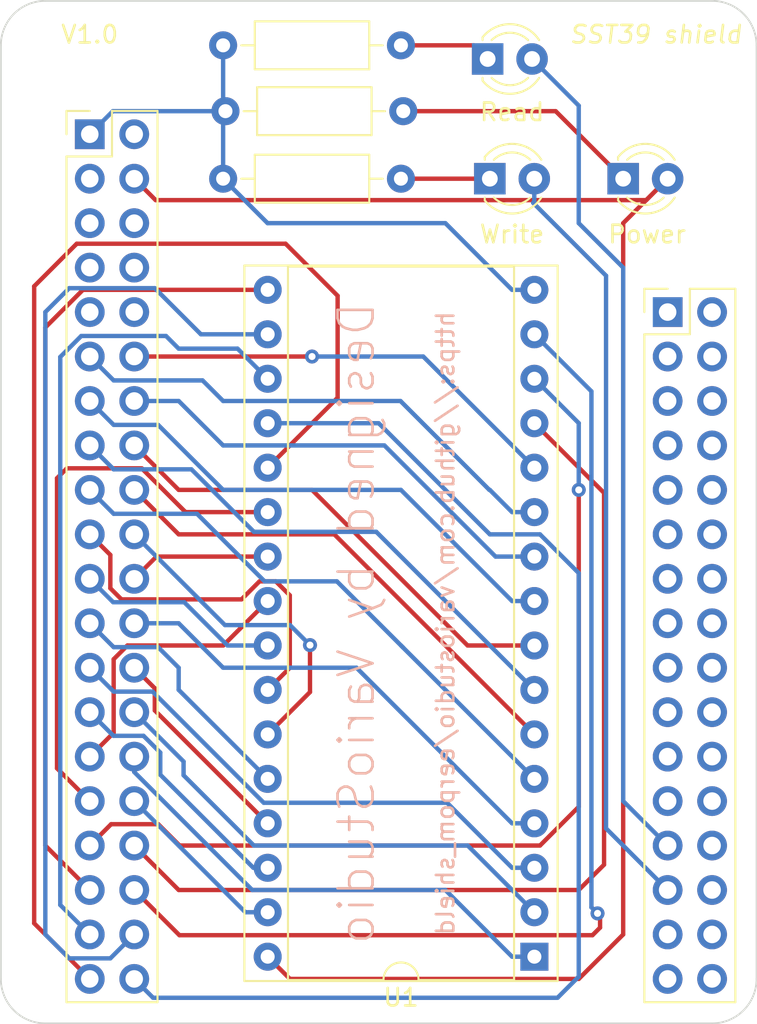
<source format=kicad_pcb>
(kicad_pcb (version 20211014) (generator pcbnew)
  (layers (0 "F.Cu" signal) (31 "B.Cu" signal) (34 "B.Paste" user) (35 "F.Paste" user) (36 "B.SilkS" user "B.Silkscreen") (37 "F.SilkS" user "F.Silkscreen") (38 "B.Mask" user) (39 "F.Mask" user) (44 "Edge.Cuts" user))
  (net 0 "")
  (net 1 "GND")
  (net 4 "VCC")
  (net 11 "Net-(J1-Pad11)")
  (net 12 "Net-(J1-Pad31)")
  (net 13 "Net-(J1-Pad32)")
  (net 14 "Net-(J1-Pad33)")
  (net 15 "Net-(J1-Pad34)")
  (net 16 "Net-(J1-Pad35)")
  (net 17 "Net-(J1-Pad36)")
  (net 18 "Net-(J1-Pad37)")
  (net 19 "Net-(J1-Pad38)")
  (net 20 "Net-(J1-Pad39)")
  (net 21 "Net-(J1-Pad40)")
  (net 22 "Net-(J1-Pad13)")
  (net 23 "Net-(D1-Pad1)")
  (net 24 "Net-(D2-Pad1)")
  (net 25 "Net-(D2-Pad2)")
  (net 26 "Net-(D3-Pad1)")
  (net 27 "Net-(D3-Pad2)")
  (net 28 "Net-(J1-Pad14)")
  (net 29 "Net-(J1-Pad12)")
  (net 30 "Net-(J1-Pad15)")
  (net 31 "Net-(J1-Pad17)")
  (net 32 "Net-(J1-Pad19)")
  (net 33 "Net-(J1-Pad16)")
  (net 34 "Net-(J1-Pad20)")
  (net 35 "Net-(J1-Pad18)")
  (net 36 "Net-(J1-Pad21)")
  (net 37 "Net-(J1-Pad22)")
  (net 38 "Net-(J1-Pad23)")
  (net 39 "Net-(J1-Pad24)")
  (net 40 "Net-(J1-Pad25)")
  (net 41 "Net-(J1-Pad26)")
  (net 42 "Net-(J1-Pad27)")
  (net 43 "Net-(J1-Pad28)")
  (net 44 "Net-(J1-Pad29)")
  (net 45 "Net-(J1-Pad30)")
  (footprint "Package_DIP:DIP-32_W15.24mm_Socket" (layer "F.Cu") (at 93.985 105.41 180)
    (fp_text reference "U1" (at 7.62 -2.33) (layer "F.SilkS"))
    (fp_text value "SST39SF040")
    (fp_line (start 14.08 39.43) (end 14.08 -1.33) (layer "F.SilkS") (width 0.12))
    (fp_line (start -1.33 39.49) (end 16.57 39.49) (layer "F.SilkS") (width 0.12))
    (fp_line (start -1.33 -1.39) (end -1.33 39.49) (layer "F.SilkS") (width 0.12))
    (fp_line (start 1.16 -1.33) (end 1.16 39.43) (layer "F.SilkS") (width 0.12))
    (fp_line (start 16.57 -1.39) (end -1.33 -1.39) (layer "F.SilkS") (width 0.12))
    (fp_line (start 1.16 39.43) (end 14.08 39.43) (layer "F.SilkS") (width 0.12))
    (fp_line (start 14.08 -1.33) (end 8.62 -1.33) (layer "F.SilkS") (width 0.12))
    (fp_line (start 6.62 -1.33) (end 1.16 -1.33) (layer "F.SilkS") (width 0.12))
    (fp_line (start 16.57 39.49) (end 16.57 -1.39) (layer "F.SilkS") (width 0.12))
    (fp_arc (start 8.62 -1.33) (mid 7.62 -0.33) (end 6.62 -1.33) (layer "F.SilkS") (width 0.12))
    (pad "1" thru_hole rect (at 0 0 180) (size 1.6 1.6) (drill 0.8) (layers *.Cu *.Mask) (net 45 "Net-(J1-Pad30)"))
    (pad "2" thru_hole oval (at 0 2.54 180) (size 1.6 1.6) (drill 0.8) (layers *.Cu *.Mask) (net 43 "Net-(J1-Pad28)"))
    (pad "3" thru_hole oval (at 0 5.08 180) (size 1.6 1.6) (drill 0.8) (layers *.Cu *.Mask) (net 40 "Net-(J1-Pad25)"))
    (pad "4" thru_hole oval (at 0 7.62 180) (size 1.6 1.6) (drill 0.8) (layers *.Cu *.Mask) (net 39 "Net-(J1-Pad24)"))
    (pad "5" thru_hole oval (at 0 10.16 180) (size 1.6 1.6) (drill 0.8) (layers *.Cu *.Mask) (net 31 "Net-(J1-Pad17)"))
    (pad "6" thru_hole oval (at 0 12.7 180) (size 1.6 1.6) (drill 0.8) (layers *.Cu *.Mask) (net 35 "Net-(J1-Pad18)"))
    (pad "7" thru_hole oval (at 0 15.24 180) (size 1.6 1.6) (drill 0.8) (layers *.Cu *.Mask) (net 30 "Net-(J1-Pad15)"))
    (pad "8" thru_hole oval (at 0 17.78 180) (size 1.6 1.6) (drill 0.8) (layers *.Cu *.Mask) (net 33 "Net-(J1-Pad16)"))
    (pad "9" thru_hole oval (at 0 20.32 180) (size 1.6 1.6) (drill 0.8) (layers *.Cu *.Mask) (net 22 "Net-(J1-Pad13)"))
    (pad "10" thru_hole oval (at 0 22.86 180) (size 1.6 1.6) (drill 0.8) (layers *.Cu *.Mask) (net 28 "Net-(J1-Pad14)"))
    (pad "11" thru_hole oval (at 0 25.4 180) (size 1.6 1.6) (drill 0.8) (layers *.Cu *.Mask) (net 11 "Net-(J1-Pad11)"))
    (pad "12" thru_hole oval (at 0 27.94 180) (size 1.6 1.6) (drill 0.8) (layers *.Cu *.Mask) (net 29 "Net-(J1-Pad12)"))
    (pad "13" thru_hole oval (at 0 30.48 180) (size 1.6 1.6) (drill 0.8) (layers *.Cu *.Mask) (net 15 "Net-(J1-Pad34)"))
    (pad "14" thru_hole oval (at 0 33.02 180) (size 1.6 1.6) (drill 0.8) (layers *.Cu *.Mask) (net 14 "Net-(J1-Pad33)"))
    (pad "15" thru_hole oval (at 0 35.56 180) (size 1.6 1.6) (drill 0.8) (layers *.Cu *.Mask) (net 17 "Net-(J1-Pad36)"))
    (pad "16" thru_hole oval (at 0 38.1 180) (size 1.6 1.6) (drill 0.8) (layers *.Cu *.Mask) (net 1 "GND"))
    (pad "17" thru_hole oval (at 15.24 38.1 180) (size 1.6 1.6) (drill 0.8) (layers *.Cu *.Mask) (net 16 "Net-(J1-Pad35)"))
    (pad "18" thru_hole oval (at 15.24 35.56 180) (size 1.6 1.6) (drill 0.8) (layers *.Cu *.Mask) (net 19 "Net-(J1-Pad38)"))
    (pad "19" thru_hole oval (at 15.24 33.02 180) (size 1.6 1.6) (drill 0.8) (layers *.Cu *.Mask) (net 18 "Net-(J1-Pad37)"))
    (pad "20" thru_hole oval (at 15.24 30.48 180) (size 1.6 1.6) (drill 0.8) (layers *.Cu *.Mask) (net 21 "Net-(J1-Pad40)"))
    (pad "21" thru_hole oval (at 15.24 27.94 180) (size 1.6 1.6) (drill 0.8) (layers *.Cu *.Mask) (net 20 "Net-(J1-Pad39)"))
    (pad "22" thru_hole oval (at 15.24 25.4 180) (size 1.6 1.6) (drill 0.8) (layers *.Cu *.Mask) (net 12 "Net-(J1-Pad31)"))
    (pad "23" thru_hole oval (at 15.24 22.86 180) (size 1.6 1.6) (drill 0.8) (layers *.Cu *.Mask) (net 37 "Net-(J1-Pad22)"))
    (pad "24" thru_hole oval (at 15.24 20.32 180) (size 1.6 1.6) (drill 0.8) (layers *.Cu *.Mask) (net 44 "Net-(J1-Pad29)"))
    (pad "25" thru_hole oval (at 15.24 17.78 180) (size 1.6 1.6) (drill 0.8) (layers *.Cu *.Mask) (net 36 "Net-(J1-Pad21)"))
    (pad "26" thru_hole oval (at 15.24 15.24 180) (size 1.6 1.6) (drill 0.8) (layers *.Cu *.Mask) (net 32 "Net-(J1-Pad19)"))
    (pad "27" thru_hole oval (at 15.24 12.7 180) (size 1.6 1.6) (drill 0.8) (layers *.Cu *.Mask) (net 34 "Net-(J1-Pad20)"))
    (pad "28" thru_hole oval (at 15.24 10.16 180) (size 1.6 1.6) (drill 0.8) (layers *.Cu *.Mask) (net 38 "Net-(J1-Pad23)"))
    (pad "29" thru_hole oval (at 15.24 7.62 180) (size 1.6 1.6) (drill 0.8) (layers *.Cu *.Mask) (net 41 "Net-(J1-Pad26)"))
    (pad "30" thru_hole oval (at 15.24 5.08 180) (size 1.6 1.6) (drill 0.8) (layers *.Cu *.Mask) (net 42 "Net-(J1-Pad27)"))
    (pad "31" thru_hole oval (at 15.24 2.54 180) (size 1.6 1.6) (drill 0.8) (layers *.Cu *.Mask) (net 13 "Net-(J1-Pad32)"))
    (pad "32" thru_hole oval (at 15.24 0 180) (size 1.6 1.6) (drill 0.8) (layers *.Cu *.Mask) (net 4 "VCC"))
  )
  (footprint "LED_THT:LED_D3.0mm" (layer "F.Cu") (at 91.314513 54.119568)
    (fp_text reference "D2" hide)
    (fp_text value "LED")
    (fp_line (start -0.29 -1.236) (end -0.29 -1.08) (layer "F.SilkS") (width 0.12))
    (fp_line (start -0.29 1.08) (end -0.29 1.236) (layer "F.SilkS") (width 0.12))
    (fp_arc (start -0.29 -1.235516) (mid 1.366487 -1.987659) (end 2.942335 -1.078608) (layer "F.SilkS") (width 0.12))
    (fp_arc (start 0.229039 -1.08) (mid 1.270117 -1.5) (end 2.31113 -1.079837) (layer "F.SilkS") (width 0.12))
    (fp_arc (start 2.942335 1.078608) (mid 1.366487 1.987659) (end -0.29 1.235516) (layer "F.SilkS") (width 0.12))
    (fp_arc (start 2.31113 1.079837) (mid 1.270117 1.5) (end 0.229039 1.08) (layer "F.SilkS") (width 0.12))
    (pad "1" thru_hole rect (at 0 0) (size 1.8 1.8) (drill 0.9) (layers *.Cu *.Mask) (net 24 "Net-(D2-Pad1)"))
    (pad "2" thru_hole circle (at 2.54 0) (size 1.8 1.8) (drill 0.9) (layers *.Cu *.Mask) (net 25 "Net-(D2-Pad2)"))
  )
  (footprint "LED_THT:LED_D3.0mm" (layer "F.Cu") (at 99.06 60.96)
    (fp_text reference "D1" hide)
    (fp_text value "LED")
    (fp_line (start -0.29 1.08) (end -0.29 1.236) (layer "F.SilkS") (width 0.12))
    (fp_line (start -0.29 -1.236) (end -0.29 -1.08) (layer "F.SilkS") (width 0.12))
    (fp_arc (start 0.229039 -1.08) (mid 1.270117 -1.5) (end 2.31113 -1.079837) (layer "F.SilkS") (width 0.12))
    (fp_arc (start -0.29 -1.235516) (mid 1.366487 -1.987659) (end 2.942335 -1.078608) (layer "F.SilkS") (width 0.12))
    (fp_arc (start 2.942335 1.078608) (mid 1.366487 1.987659) (end -0.29 1.235516) (layer "F.SilkS") (width 0.12))
    (fp_arc (start 2.31113 1.079837) (mid 1.270117 1.5) (end 0.229039 1.08) (layer "F.SilkS") (width 0.12))
    (pad "1" thru_hole rect (at 0 0) (size 1.8 1.8) (drill 0.9) (layers *.Cu *.Mask) (net 23 "Net-(D1-Pad1)"))
    (pad "2" thru_hole circle (at 2.54 0) (size 1.8 1.8) (drill 0.9) (layers *.Cu *.Mask) (net 4 "VCC"))
  )
  (footprint "LED_THT:LED_D3.0mm" (layer "F.Cu") (at 91.44 60.96)
    (fp_text reference "D3" hide)
    (fp_text value "LED")
    (fp_line (start -0.29 1.08) (end -0.29 1.236) (layer "F.SilkS") (width 0.12))
    (fp_line (start -0.29 -1.236) (end -0.29 -1.08) (layer "F.SilkS") (width 0.12))
    (fp_arc (start 2.942335 1.078608) (mid 1.366487 1.987659) (end -0.29 1.235516) (layer "F.SilkS") (width 0.12))
    (fp_arc (start -0.29 -1.235516) (mid 1.366487 -1.987659) (end 2.942335 -1.078608) (layer "F.SilkS") (width 0.12))
    (fp_arc (start 2.31113 1.079837) (mid 1.270117 1.5) (end 0.229039 1.08) (layer "F.SilkS") (width 0.12))
    (fp_arc (start 0.229039 -1.08) (mid 1.270117 -1.5) (end 2.31113 -1.079837) (layer "F.SilkS") (width 0.12))
    (pad "1" thru_hole rect (at 0 0) (size 1.8 1.8) (drill 0.9) (layers *.Cu *.Mask) (net 26 "Net-(D3-Pad1)"))
    (pad "2" thru_hole circle (at 2.54 0) (size 1.8 1.8) (drill 0.9) (layers *.Cu *.Mask) (net 27 "Net-(D3-Pad2)"))
  )
  (footprint "Resistor_THT:R_Axial_DIN0207_L6.3mm_D2.5mm_P10.16mm_Horizontal" (layer "F.Cu") (at 76.332878 57.101524)
    (fp_text reference "R1" hide)
    (fp_text value "1K" hide)
    (fp_line (start 8.35 1.37) (end 8.35 -1.37) (layer "F.SilkS") (width 0.12))
    (fp_line (start 8.35 -1.37) (end 1.81 -1.37) (layer "F.SilkS") (width 0.12))
    (fp_line (start 1.04 0) (end 1.81 0) (layer "F.SilkS") (width 0.12))
    (fp_line (start 1.81 1.37) (end 8.35 1.37) (layer "F.SilkS") (width 0.12))
    (fp_line (start 1.81 -1.37) (end 1.81 1.37) (layer "F.SilkS") (width 0.12))
    (fp_line (start 9.12 0) (end 8.35 0) (layer "F.SilkS") (width 0.12))
    (pad "1" thru_hole circle (at 0 0) (size 1.6 1.6) (drill 0.8) (layers *.Cu *.Mask) (net 1 "GND"))
    (pad "2" thru_hole oval (at 10.16 0) (size 1.6 1.6) (drill 0.8) (layers *.Cu *.Mask) (net 23 "Net-(D1-Pad1)"))
  )
  (footprint "Resistor_THT:R_Axial_DIN0207_L6.3mm_D2.5mm_P10.16mm_Horizontal" (layer "F.Cu") (at 76.2 53.34)
    (fp_text reference "R3" hide)
    (fp_text value "1K" hide)
    (fp_line (start 9.12 0) (end 8.35 0) (layer "F.SilkS") (width 0.12))
    (fp_line (start 8.35 1.37) (end 8.35 -1.37) (layer "F.SilkS") (width 0.12))
    (fp_line (start 1.81 -1.37) (end 1.81 1.37) (layer "F.SilkS") (width 0.12))
    (fp_line (start 1.81 1.37) (end 8.35 1.37) (layer "F.SilkS") (width 0.12))
    (fp_line (start 8.35 -1.37) (end 1.81 -1.37) (layer "F.SilkS") (width 0.12))
    (fp_line (start 1.04 0) (end 1.81 0) (layer "F.SilkS") (width 0.12))
    (pad "1" thru_hole circle (at 0 0) (size 1.6 1.6) (drill 0.8) (layers *.Cu *.Mask) (net 1 "GND"))
    (pad "2" thru_hole oval (at 10.16 0) (size 1.6 1.6) (drill 0.8) (layers *.Cu *.Mask) (net 24 "Net-(D2-Pad1)"))
  )
  (footprint "Resistor_THT:R_Axial_DIN0207_L6.3mm_D2.5mm_P10.16mm_Horizontal" (layer "F.Cu") (at 76.2 60.96)
    (fp_text reference "R2" hide)
    (fp_text value "1K" hide)
    (fp_line (start 8.35 -1.37) (end 1.81 -1.37) (layer "F.SilkS") (width 0.12))
    (fp_line (start 1.81 -1.37) (end 1.81 1.37) (layer "F.SilkS") (width 0.12))
    (fp_line (start 9.12 0) (end 8.35 0) (layer "F.SilkS") (width 0.12))
    (fp_line (start 1.04 0) (end 1.81 0) (layer "F.SilkS") (width 0.12))
    (fp_line (start 1.81 1.37) (end 8.35 1.37) (layer "F.SilkS") (width 0.12))
    (fp_line (start 8.35 1.37) (end 8.35 -1.37) (layer "F.SilkS") (width 0.12))
    (pad "1" thru_hole circle (at 0 0) (size 1.6 1.6) (drill 0.8) (layers *.Cu *.Mask) (net 1 "GND"))
    (pad "2" thru_hole oval (at 10.16 0) (size 1.6 1.6) (drill 0.8) (layers *.Cu *.Mask) (net 26 "Net-(D3-Pad1)"))
  )
  (footprint "Connector_PinHeader_2.54mm:PinHeader_2x20_P2.54mm_Vertical" (layer "F.Cu") (at 68.58 58.42)
    (fp_text reference "J1" hide)
    (fp_text value "Conn_02x20_Odd_Even" hide)
    (fp_line (start -1.33 0) (end -1.33 -1.33) (layer "F.SilkS") (width 0.12))
    (fp_line (start 1.27 1.27) (end 1.27 -1.33) (layer "F.SilkS") (width 0.12))
    (fp_line (start -1.33 1.27) (end 1.27 1.27) (layer "F.SilkS") (width 0.12))
    (fp_line (start 1.27 -1.33) (end 3.87 -1.33) (layer "F.SilkS") (width 0.12))
    (fp_line (start -1.33 -1.33) (end 0 -1.33) (layer "F.SilkS") (width 0.12))
    (fp_line (start -1.33 1.27) (end -1.33 49.59) (layer "F.SilkS") (width 0.12))
    (fp_line (start 3.87 -1.33) (end 3.87 49.59) (layer "F.SilkS") (width 0.12))
    (fp_line (start -1.33 49.59) (end 3.87 49.59) (layer "F.SilkS") (width 0.12))
    (pad "1" thru_hole rect (at 0 0) (size 1.7 1.7) (drill 1) (layers *.Cu *.Mask) (net 1 "GND"))
    (pad "2" thru_hole oval (at 2.54 0) (size 1.7 1.7) (drill 1) (layers *.Cu *.Mask))
    (pad "3" thru_hole oval (at 0 2.54) (size 1.7 1.7) (drill 1) (layers *.Cu *.Mask))
    (pad "4" thru_hole oval (at 2.54 2.54) (size 1.7 1.7) (drill 1) (layers *.Cu *.Mask) (net 4 "VCC"))
    (pad "5" thru_hole oval (at 0 5.08) (size 1.7 1.7) (drill 1) (layers *.Cu *.Mask))
    (pad "6" thru_hole oval (at 2.54 5.08) (size 1.7 1.7) (drill 1) (layers *.Cu *.Mask))
    (pad "7" thru_hole oval (at 0 7.62) (size 1.7 1.7) (drill 1) (layers *.Cu *.Mask))
    (pad "8" thru_hole oval (at 2.54 7.62) (size 1.7 1.7) (drill 1) (layers *.Cu *.Mask))
    (pad "9" thru_hole oval (at 0 10.16) (size 1.7 1.7) (drill 1) (layers *.Cu *.Mask))
    (pad "10" thru_hole oval (at 2.54 10.16) (size 1.7 1.7) (drill 1) (layers *.Cu *.Mask))
    (pad "11" thru_hole oval (at 0 12.7) (size 1.7 1.7) (drill 1) (layers *.Cu *.Mask) (net 11 "Net-(J1-Pad11)"))
    (pad "12" thru_hole oval (at 2.54 12.7) (size 1.7 1.7) (drill 1) (layers *.Cu *.Mask) (net 29 "Net-(J1-Pad12)"))
    (pad "13" thru_hole oval (at 0 15.24) (size 1.7 1.7) (drill 1) (layers *.Cu *.Mask) (net 22 "Net-(J1-Pad13)"))
    (pad "14" thru_hole oval (at 2.54 15.24) (size 1.7 1.7) (drill 1) (layers *.Cu *.Mask) (net 28 "Net-(J1-Pad14)"))
    (pad "15" thru_hole oval (at 0 17.78) (size 1.7 1.7) (drill 1) (layers *.Cu *.Mask) (net 30 "Net-(J1-Pad15)"))
    (pad "16" thru_hole oval (at 2.54 17.78) (size 1.7 1.7) (drill 1) (layers *.Cu *.Mask) (net 33 "Net-(J1-Pad16)"))
    (pad "17" thru_hole oval (at 0 20.32) (size 1.7 1.7) (drill 1) (layers *.Cu *.Mask) (net 31 "Net-(J1-Pad17)"))
    (pad "18" thru_hole oval (at 2.54 20.32) (size 1.7 1.7) (drill 1) (layers *.Cu *.Mask) (net 35 "Net-(J1-Pad18)"))
    (pad "19" thru_hole oval (at 0 22.86) (size 1.7 1.7) (drill 1) (layers *.Cu *.Mask) (net 32 "Net-(J1-Pad19)"))
    (pad "20" thru_hole oval (at 2.54 22.86) (size 1.7 1.7) (drill 1) (layers *.Cu *.Mask) (net 34 "Net-(J1-Pad20)"))
    (pad "21" thru_hole oval (at 0 25.4) (size 1.7 1.7) (drill 1) (layers *.Cu *.Mask) (net 36 "Net-(J1-Pad21)"))
    (pad "22" thru_hole oval (at 2.54 25.4) (size 1.7 1.7) (drill 1) (layers *.Cu *.Mask) (net 37 "Net-(J1-Pad22)"))
    (pad "23" thru_hole oval (at 0 27.94) (size 1.7 1.7) (drill 1) (layers *.Cu *.Mask) (net 38 "Net-(J1-Pad23)"))
    (pad "24" thru_hole oval (at 2.54 27.94) (size 1.7 1.7) (drill 1) (layers *.Cu *.Mask) (net 39 "Net-(J1-Pad24)"))
    (pad "25" thru_hole oval (at 0 30.48) (size 1.7 1.7) (drill 1) (layers *.Cu *.Mask) (net 40 "Net-(J1-Pad25)"))
    (pad "26" thru_hole oval (at 2.54 30.48) (size 1.7 1.7) (drill 1) (layers *.Cu *.Mask) (net 41 "Net-(J1-Pad26)"))
    (pad "27" thru_hole oval (at 0 33.02) (size 1.7 1.7) (drill 1) (layers *.Cu *.Mask) (net 42 "Net-(J1-Pad27)"))
    (pad "28" thru_hole oval (at 2.54 33.02) (size 1.7 1.7) (drill 1) (layers *.Cu *.Mask) (net 43 "Net-(J1-Pad28)"))
    (pad "29" thru_hole oval (at 0 35.56) (size 1.7 1.7) (drill 1) (layers *.Cu *.Mask) (net 44 "Net-(J1-Pad29)"))
    (pad "30" thru_hole oval (at 2.54 35.56) (size 1.7 1.7) (drill 1) (layers *.Cu *.Mask) (net 45 "Net-(J1-Pad30)"))
    (pad "31" thru_hole oval (at 0 38.1) (size 1.7 1.7) (drill 1) (layers *.Cu *.Mask) (net 12 "Net-(J1-Pad31)"))
    (pad "32" thru_hole oval (at 2.54 38.1) (size 1.7 1.7) (drill 1) (layers *.Cu *.Mask) (net 13 "Net-(J1-Pad32)"))
    (pad "33" thru_hole oval (at 0 40.64) (size 1.7 1.7) (drill 1) (layers *.Cu *.Mask) (net 14 "Net-(J1-Pad33)"))
    (pad "34" thru_hole oval (at 2.54 40.64) (size 1.7 1.7) (drill 1) (layers *.Cu *.Mask) (net 15 "Net-(J1-Pad34)"))
    (pad "35" thru_hole oval (at 0 43.18) (size 1.7 1.7) (drill 1) (layers *.Cu *.Mask) (net 16 "Net-(J1-Pad35)"))
    (pad "36" thru_hole oval (at 2.54 43.18) (size 1.7 1.7) (drill 1) (layers *.Cu *.Mask) (net 17 "Net-(J1-Pad36)"))
    (pad "37" thru_hole oval (at 0 45.72) (size 1.7 1.7) (drill 1) (layers *.Cu *.Mask) (net 18 "Net-(J1-Pad37)"))
    (pad "38" thru_hole oval (at 2.54 45.72) (size 1.7 1.7) (drill 1) (layers *.Cu *.Mask) (net 19 "Net-(J1-Pad38)"))
    (pad "39" thru_hole oval (at 0 48.26) (size 1.7 1.7) (drill 1) (layers *.Cu *.Mask) (net 20 "Net-(J1-Pad39)"))
    (pad "40" thru_hole oval (at 2.54 48.26) (size 1.7 1.7) (drill 1) (layers *.Cu *.Mask) (net 21 "Net-(J1-Pad40)"))
  )
  (footprint "Connector_PinHeader_2.54mm:PinHeader_2x16_P2.54mm_Vertical" (layer "F.Cu") (at 101.6 68.58)
    (fp_text reference "J2" hide)
    (fp_text value "Conn_02x16_Odd_Even" hide)
    (fp_line (start 3.87 -1.33) (end 3.87 39.43) (layer "F.SilkS") (width 0.12))
    (fp_line (start 1.27 -1.33) (end 3.87 -1.33) (layer "F.SilkS") (width 0.12))
    (fp_line (start -1.33 39.43) (end 3.87 39.43) (layer "F.SilkS") (width 0.12))
    (fp_line (start -1.33 -1.33) (end 0 -1.33) (layer "F.SilkS") (width 0.12))
    (fp_line (start -1.33 0) (end -1.33 -1.33) (layer "F.SilkS") (width 0.12))
    (fp_line (start 1.27 1.27) (end 1.27 -1.33) (layer "F.SilkS") (width 0.12))
    (fp_line (start -1.33 1.27) (end 1.27 1.27) (layer "F.SilkS") (width 0.12))
    (fp_line (start -1.33 1.27) (end -1.33 39.43) (layer "F.SilkS") (width 0.12))
    (pad "1" thru_hole rect (at 0 0) (size 1.7 1.7) (drill 1) (layers *.Cu *.Mask))
    (pad "2" thru_hole oval (at 2.54 0) (size 1.7 1.7) (drill 1) (layers *.Cu *.Mask))
    (pad "3" thru_hole oval (at 0 2.54) (size 1.7 1.7) (drill 1) (layers *.Cu *.Mask))
    (pad "4" thru_hole oval (at 2.54 2.54) (size 1.7 1.7) (drill 1) (layers *.Cu *.Mask))
    (pad "5" thru_hole oval (at 0 5.08) (size 1.7 1.7) (drill 1) (layers *.Cu *.Mask))
    (pad "6" thru_hole oval (at 2.54 5.08) (size 1.7 1.7) (drill 1) (layers *.Cu *.Mask))
    (pad "7" thru_hole oval (at 0 7.62) (size 1.7 1.7) (drill 1) (layers *.Cu *.Mask))
    (pad "8" thru_hole oval (at 2.54 7.62) (size 1.7 1.7) (drill 1) (layers *.Cu *.Mask))
    (pad "9" thru_hole oval (at 0 10.16) (size 1.7 1.7) (drill 1) (layers *.Cu *.Mask))
    (pad "10" thru_hole oval (at 2.54 10.16) (size 1.7 1.7) (drill 1) (layers *.Cu *.Mask))
    (pad "11" thru_hole oval (at 0 12.7) (size 1.7 1.7) (drill 1) (layers *.Cu *.Mask))
    (pad "12" thru_hole oval (at 2.54 12.7) (size 1.7 1.7) (drill 1) (layers *.Cu *.Mask))
    (pad "13" thru_hole oval (at 0 15.24) (size 1.7 1.7) (drill 1) (layers *.Cu *.Mask))
    (pad "14" thru_hole oval (at 2.54 15.24) (size 1.7 1.7) (drill 1) (layers *.Cu *.Mask))
    (pad "15" thru_hole oval (at 0 17.78) (size 1.7 1.7) (drill 1) (layers *.Cu *.Mask))
    (pad "16" thru_hole oval (at 2.54 17.78) (size 1.7 1.7) (drill 1) (layers *.Cu *.Mask))
    (pad "17" thru_hole oval (at 0 20.32) (size 1.7 1.7) (drill 1) (layers *.Cu *.Mask))
    (pad "18" thru_hole oval (at 2.54 20.32) (size 1.7 1.7) (drill 1) (layers *.Cu *.Mask))
    (pad "19" thru_hole oval (at 0 22.86) (size 1.7 1.7) (drill 1) (layers *.Cu *.Mask))
    (pad "20" thru_hole oval (at 2.54 22.86) (size 1.7 1.7) (drill 1) (layers *.Cu *.Mask))
    (pad "21" thru_hole oval (at 0 25.4) (size 1.7 1.7) (drill 1) (layers *.Cu *.Mask))
    (pad "22" thru_hole oval (at 2.54 25.4) (size 1.7 1.7) (drill 1) (layers *.Cu *.Mask))
    (pad "23" thru_hole oval (at 0 27.94) (size 1.7 1.7) (drill 1) (layers *.Cu *.Mask))
    (pad "24" thru_hole oval (at 2.54 27.94) (size 1.7 1.7) (drill 1) (layers *.Cu *.Mask))
    (pad "25" thru_hole oval (at 0 30.48) (size 1.7 1.7) (drill 1) (layers *.Cu *.Mask) (net 25 "Net-(D2-Pad2)"))
    (pad "26" thru_hole oval (at 2.54 30.48) (size 1.7 1.7) (drill 1) (layers *.Cu *.Mask))
    (pad "27" thru_hole oval (at 0 33.02) (size 1.7 1.7) (drill 1) (layers *.Cu *.Mask) (net 27 "Net-(D3-Pad2)"))
    (pad "28" thru_hole oval (at 2.54 33.02) (size 1.7 1.7) (drill 1) (layers *.Cu *.Mask))
    (pad "29" thru_hole oval (at 0 35.56) (size 1.7 1.7) (drill 1) (layers *.Cu *.Mask))
    (pad "30" thru_hole oval (at 2.54 35.56) (size 1.7 1.7) (drill 1) (layers *.Cu *.Mask))
    (pad "31" thru_hole oval (at 0 38.1) (size 1.7 1.7) (drill 1) (layers *.Cu *.Mask))
    (pad "32" thru_hole oval (at 2.54 38.1) (size 1.7 1.7) (drill 1) (layers *.Cu *.Mask))
  )
  (gr_arc (start 63.5 53.34) (mid 64.243949 51.543949) (end 66.04 50.8) (layer "Edge.Cuts") (width 0.1))
  (gr_arc (start 106.68 106.68) (mid 105.936051 108.476051) (end 104.14 109.22) (layer "Edge.Cuts") (width 0.1))
  (gr_line (start 104.14 109.22) (end 66.04 109.22) (layer "Edge.Cuts") (width 0.1))
  (gr_arc (start 104.14 50.8) (mid 105.936051 51.543949) (end 106.68 53.34) (layer "Edge.Cuts") (width 0.1))
  (gr_line (start 66.04 50.8) (end 104.14 50.8) (layer "Edge.Cuts") (width 0.1))
  (gr_arc (start 66.04 109.22) (mid 64.243949 108.476051) (end 63.5 106.68) (layer "Edge.Cuts") (width 0.1))
  (gr_line (start 106.68 53.34) (end 106.68 106.68) (layer "Edge.Cuts") (width 0.1))
  (gr_line (start 63.5 106.68) (end 63.5 53.34) (layer "Edge.Cuts") (width 0.1))
  (gr_text "https://github.com/variostudio/eerpom_shield" (at 88.9 86.36 90) (layer "B.SilkS") (effects (font (size 1 1)) (justify mirror)))
  (gr_text "Designed by VarioStudio" (at 83.82 86.36 90) (layer "B.SilkS") (effects (font (size 2 2)) (justify mirror)))
  (gr_text "Power" (at 100.426487 64.135) (layer "F.SilkS") (effects (font (size 1 1))))
  (gr_text "V1.0" (at 68.58 52.720103) (layer "F.SilkS") (effects (font (size 1 1))))
  (gr_text "Write" (at 92.71 64.135) (layer "F.SilkS") (effects (font (size 1 1))))
  (gr_text "SST39 shield" (at 100.933293 52.720103) (layer "F.SilkS") (effects (font (size 1 1) (thickness 0.15) italic)))
  (gr_text "Read" (at 92.71 57.15) (layer "F.SilkS") (effects (font (size 1 1))))
  (segment (start 92.71 67.31) (end 93.985 67.31) (width 0.25) (layer "B.Cu") (net 1))
  (segment (start 76.2 60.96) (end 78.74 63.5) (width 0.25) (layer "B.Cu") (net 1))
  (segment (start 88.9 63.5) (end 92.71 67.31) (width 0.25) (layer "B.Cu") (net 1))
  (segment (start 69.898476 57.101524) (end 76.332878 57.101524) (width 0.25) (layer "B.Cu") (net 1))
  (segment (start 68.58 58.42) (end 69.898476 57.101524) (width 0.25) (layer "B.Cu") (net 1))
  (segment (start 78.74 63.5) (end 88.9 63.5) (width 0.25) (layer "B.Cu") (net 1))
  (segment (start 76.2 53.34) (end 76.2 60.96) (width 0.25) (layer "B.Cu") (net 1))
  (segment (start 78.745 105.41) (end 80.015 106.68) (width 0.25) (layer "F.Cu") (net 4))
  (segment (start 99.06 104.14) (end 99.06 63.5) (width 0.25) (layer "F.Cu") (net 4))
  (segment (start 101.6 60.96) (end 100.375 62.185) (width 0.25) (layer "F.Cu") (net 4))
  (segment (start 99.06 63.5) (end 101.6 60.96) (width 0.25) (layer "F.Cu") (net 4))
  (segment (start 80.015 106.68) (end 96.52 106.68) (width 0.25) (layer "F.Cu") (net 4))
  (segment (start 72.345 62.185) (end 71.12 60.96) (width 0.25) (layer "F.Cu") (net 4))
  (segment (start 100.375 62.185) (end 72.345 62.185) (width 0.25) (layer "F.Cu") (net 4))
  (segment (start 96.52 106.68) (end 99.06 104.14) (width 0.25) (layer "F.Cu") (net 4))
  (segment (start 91.44 78.74) (end 91.413049 78.74) (width 0.25) (layer "B.Cu") (net 11))
  (segment (start 76.2 73.66) (end 75.025 72.485) (width 0.25) (layer "B.Cu") (net 11))
  (segment (start 69.945 72.485) (end 68.58 71.12) (width 0.25) (layer "B.Cu") (net 11))
  (segment (start 92.71 80.01) (end 91.44 78.74) (width 0.25) (layer "B.Cu") (net 11))
  (segment (start 93.985 80.01) (end 92.71 80.01) (width 0.25) (layer "B.Cu") (net 11))
  (segment (start 86.333049 73.66) (end 76.2 73.66) (width 0.25) (layer "B.Cu") (net 11))
  (segment (start 91.413049 78.74) (end 86.333049 73.66) (width 0.25) (layer "B.Cu") (net 11))
  (segment (start 75.025 72.485) (end 69.945 72.485) (width 0.25) (layer "B.Cu") (net 11))
  (segment (start 74.051701 80.01) (end 71.548733 77.507032) (width 0.25) (layer "F.Cu") (net 12))
  (segment (start 67.272968 77.507032) (end 66.707878 78.072122) (width 0.25) (layer "F.Cu") (net 12))
  (segment (start 71.548733 77.507032) (end 67.272968 77.507032) (width 0.25) (layer "F.Cu") (net 12))
  (segment (start 66.707878 78.072122) (end 66.707878 94.647878) (width 0.25) (layer "F.Cu") (net 12))
  (segment (start 78.745 80.01) (end 74.051701 80.01) (width 0.25) (layer "F.Cu") (net 12))
  (segment (start 66.707878 94.647878) (end 68.58 96.52) (width 0.25) (layer "F.Cu") (net 12))
  (segment (start 77.47 102.87) (end 78.745 102.87) (width 0.25) (layer "B.Cu") (net 13))
  (segment (start 71.12 96.52) (end 77.47 102.87) (width 0.25) (layer "B.Cu") (net 13))
  (segment (start 68.58 99.06) (end 69.799302 97.840698) (width 0.25) (layer "F.Cu") (net 14))
  (segment (start 72.4946 97.840698) (end 73.713902 99.06) (width 0.25) (layer "F.Cu") (net 14))
  (segment (start 96.52 78.74) (end 96.52 96.845991) (width 0.25) (layer "F.Cu") (net 14))
  (segment (start 96.52 96.845991) (end 94.305991 99.06) (width 0.25) (layer "F.Cu") (net 14))
  (segment (start 69.799302 97.840698) (end 72.4946 97.840698) (width 0.25) (layer "F.Cu") (net 14))
  (segment (start 94.305991 99.06) (end 73.66 99.06) (width 0.25) (layer "F.Cu") (net 14))
  (via (at 96.52 78.74) (size 0.8) (drill 0.4) (layers "F.Cu" "B.Cu") (net 14))
  (segment (start 96.52 74.925) (end 93.985 72.39) (width 0.25) (layer "B.Cu") (net 14))
  (segment (start 96.52 78.74) (end 96.52 74.925) (width 0.25) (layer "B.Cu") (net 14))
  (segment (start 73.66 101.6) (end 96.52 101.6) (width 0.25) (layer "F.Cu") (net 15))
  (segment (start 97.967951 78.912951) (end 93.985 74.93) (width 0.25) (layer "F.Cu") (net 15))
  (segment (start 71.12 99.06) (end 73.66 101.6) (width 0.25) (layer "F.Cu") (net 15))
  (segment (start 96.52 101.6) (end 97.967951 100.152049) (width 0.25) (layer "F.Cu") (net 15))
  (segment (start 97.967951 100.152049) (end 97.967951 78.912951) (width 0.25) (layer "F.Cu") (net 15))
  (segment (start 78.745 67.31) (end 68.188299 67.31) (width 0.25) (layer "F.Cu") (net 16))
  (segment (start 68.188299 67.31) (end 66.04 69.458299) (width 0.25) (layer "F.Cu") (net 16))
  (segment (start 66.04 99.06) (end 68.58 101.6) (width 0.25) (layer "F.Cu") (net 16))
  (segment (start 66.04 69.458299) (end 66.04 99.06) (width 0.25) (layer "F.Cu") (net 16))
  (segment (start 97.739055 103.080281) (end 97.59393 102.935156) (width 0.25) (layer "F.Cu") (net 17))
  (segment (start 97.304602 104.182313) (end 97.739055 103.74786) (width 0.25) (layer "F.Cu") (net 17))
  (segment (start 71.12 101.6) (end 73.702313 104.182313) (width 0.25) (layer "F.Cu") (net 17))
  (segment (start 73.702313 104.182313) (end 97.304602 104.182313) (width 0.25) (layer "F.Cu") (net 17))
  (segment (start 97.739055 103.74786) (end 97.739055 103.080281) (width 0.25) (layer "F.Cu") (net 17))
  (via (at 97.59393 102.935156) (size 0.8) (drill 0.4) (layers "F.Cu" "B.Cu") (net 17))
  (segment (start 97.245 73.11) (end 93.985 69.85) (width 0.25) (layer "B.Cu") (net 17))
  (segment (start 97.25131 102.592536) (end 97.59393 102.935156) (width 0.25) (layer "B.Cu") (net 17))
  (segment (start 97.245 102.592536) (end 97.25131 102.592536) (width 0.25) (layer "B.Cu") (net 17))
  (segment (start 97.245 102.592536) (end 97.245 73.11) (width 0.25) (layer "B.Cu") (net 17))
  (segment (start 77.025 70.67) (end 73.66 70.67) (width 0.25) (layer "B.Cu") (net 18))
  (segment (start 66.893532 71.144767) (end 66.893532 102.453532) (width 0.25) (layer "B.Cu") (net 18))
  (segment (start 73.66 70.67) (end 72.935 69.945) (width 0.25) (layer "B.Cu") (net 18))
  (segment (start 66.893532 102.453532) (end 68.58 104.14) (width 0.25) (layer "B.Cu") (net 18))
  (segment (start 78.745 72.39) (end 77.025 70.67) (width 0.25) (layer "B.Cu") (net 18))
  (segment (start 72.935 69.945) (end 68.093299 69.945) (width 0.25) (layer "B.Cu") (net 18))
  (segment (start 68.093299 69.945) (end 66.893532 71.144767) (width 0.25) (layer "B.Cu") (net 18))
  (segment (start 67.405 105.505) (end 66.04 104.14) (width 0.25) (layer "B.Cu") (net 19))
  (segment (start 66.04 68.58) (end 67.405 67.215) (width 0.25) (layer "B.Cu") (net 19))
  (segment (start 66.04 104.14) (end 66.04 68.58) (width 0.25) (layer "B.Cu") (net 19))
  (segment (start 69.755 105.505) (end 67.405 105.505) (width 0.25) (layer "B.Cu") (net 19))
  (segment (start 72.295 67.215) (end 74.93 69.85) (width 0.25) (layer "B.Cu") (net 19))
  (segment (start 71.12 104.14) (end 69.755 105.505) (width 0.25) (layer "B.Cu") (net 19))
  (segment (start 74.93 69.85) (end 78.745 69.85) (width 0.25) (layer "B.Cu") (net 19))
  (segment (start 67.405 67.215) (end 72.295 67.215) (width 0.25) (layer "B.Cu") (net 19))
  (segment (start 65.403261 103.503261) (end 68.58 106.68) (width 0.25) (layer "F.Cu") (net 20))
  (segment (start 79.769385 64.675) (end 67.834321 64.675) (width 0.25) (layer "F.Cu") (net 20))
  (segment (start 78.745 77.47) (end 82.742441 73.472559) (width 0.25) (layer "F.Cu") (net 20))
  (segment (start 82.742441 67.648056) (end 79.769385 64.675) (width 0.25) (layer "F.Cu") (net 20))
  (segment (start 67.834321 64.675) (end 65.403261 67.10606) (width 0.25) (layer "F.Cu") (net 20))
  (segment (start 82.742441 73.472559) (end 82.742441 67.648056) (width 0.25) (layer "F.Cu") (net 20))
  (segment (start 65.403261 67.10606) (end 65.403261 103.503261) (width 0.25) (layer "F.Cu") (net 20))
  (segment (start 94.305991 81.28) (end 91.44 81.28) (width 0.25) (layer "B.Cu") (net 21))
  (segment (start 72.197558 107.757558) (end 95.309124 107.757558) (width 0.25) (layer "B.Cu") (net 21))
  (segment (start 85.09 74.93) (end 78.745 74.93) (width 0.25) (layer "B.Cu") (net 21))
  (segment (start 96.52 106.546682) (end 95.309124 107.757558) (width 0.25) (layer "B.Cu") (net 21))
  (segment (start 96.52 106.546682) (end 96.52 83.494009) (width 0.25) (layer "B.Cu") (net 21))
  (segment (start 91.44 81.28) (end 85.09 74.93) (width 0.25) (layer "B.Cu") (net 21))
  (segment (start 71.12 106.68) (end 72.197558 107.757558) (width 0.25) (layer "B.Cu") (net 21))
  (segment (start 96.52 83.494009) (end 94.305991 81.28) (width 0.25) (layer "B.Cu") (net 21))
  (segment (start 69.945 75.025) (end 72.485 75.025) (width 0.25) (layer "B.Cu") (net 22))
  (segment (start 76.2 78.74) (end 86.36 78.74) (width 0.25) (layer "B.Cu") (net 22))
  (segment (start 68.58 73.66) (end 69.945 75.025) (width 0.25) (layer "B.Cu") (net 22))
  (segment (start 86.36 78.74) (end 92.71 85.09) (width 0.25) (layer "B.Cu") (net 22))
  (segment (start 72.485 75.025) (end 76.2 78.74) (width 0.25) (layer "B.Cu") (net 22))
  (segment (start 92.71 85.09) (end 93.985 85.09) (width 0.25) (layer "B.Cu") (net 22))
  (segment (start 86.492878 57.101524) (end 95.201524 57.101524) (width 0.25) (layer "F.Cu") (net 23))
  (segment (start 95.201524 57.101524) (end 99.06 60.96) (width 0.25) (layer "F.Cu") (net 23))
  (segment (start 90.534945 53.34) (end 91.314513 54.119568) (width 0.25) (layer "F.Cu") (net 24))
  (segment (start 86.36 53.34) (end 90.534945 53.34) (width 0.25) (layer "F.Cu") (net 24))
  (segment (start 96.52 63.5) (end 99.06 66.04) (width 0.25) (layer "B.Cu") (net 25))
  (segment (start 96.52 63.5) (end 96.52 56.785055) (width 0.25) (layer "B.Cu") (net 25))
  (segment (start 96.52 56.785055) (end 93.854513 54.119568) (width 0.25) (layer "B.Cu") (net 25))
  (segment (start 99.06 66.04) (end 99.06 96.52) (width 0.25) (layer "B.Cu") (net 25))
  (segment (start 99.06 96.52) (end 101.6 99.06) (width 0.25) (layer "B.Cu") (net 25))
  (segment (start 86.36 60.96) (end 91.44 60.96) (width 0.25) (layer "F.Cu") (net 26))
  (segment (start 98.080401 98.080401) (end 98.080401 66.501977) (width 0.25) (layer "B.Cu") (net 27))
  (segment (start 93.917107 62.338683) (end 93.98 62.27579) (width 0.25) (layer "B.Cu") (net 27))
  (segment (start 98.080401 66.501977) (end 93.917107 62.338683) (width 0.25) (layer "B.Cu") (net 27))
  (segment (start 101.6 101.6) (end 98.080401 98.080401) (width 0.25) (layer "B.Cu") (net 27))
  (segment (start 93.98 62.27579) (end 93.98 60.96) (width 0.25) (layer "B.Cu") (net 27))
  (segment (start 73.66 73.66) (end 71.12 73.66) (width 0.25) (layer "B.Cu") (net 28))
  (segment (start 76.2 76.2) (end 73.66 73.66) (width 0.25) (layer "B.Cu") (net 28))
  (segment (start 93.985 82.55) (end 91.766504 82.55) (width 0.25) (layer "B.Cu") (net 28))
  (segment (start 91.766504 82.55) (end 85.416504 76.2) (width 0.25) (layer "B.Cu") (net 28))
  (segment (start 85.416504 76.2) (end 76.2 76.2) (width 0.25) (layer "B.Cu") (net 28))
  (segment (start 71.12 71.12) (end 80.83 71.12) (width 0.25) (layer "F.Cu") (net 29))
  (segment (start 80.83 71.12) (end 81.28 71.12) (width 0.25) (layer "F.Cu") (net 29))
  (via (at 81.28 71.12) (size 0.8) (drill 0.4) (layers "F.Cu" "B.Cu") (net 29))
  (segment (start 87.635 71.12) (end 93.985 77.47) (width 0.25) (layer "B.Cu") (net 29))
  (segment (start 81.28 71.12) (end 87.635 71.12) (width 0.25) (layer "B.Cu") (net 29))
  (segment (start 84.95 81.135) (end 93.985 90.17) (width 0.25) (layer "B.Cu") (net 30))
  (segment (start 77.958604 81.135) (end 84.95 81.135) (width 0.25) (layer "B.Cu") (net 30))
  (segment (start 69.945 77.565) (end 74.388604 77.565) (width 0.25) (layer "B.Cu") (net 30))
  (segment (start 68.58 76.2) (end 69.945 77.565) (width 0.25) (layer "B.Cu") (net 30))
  (segment (start 74.388604 77.565) (end 77.958604 81.135) (width 0.25) (layer "B.Cu") (net 30))
  (segment (start 86.494851 87.759852) (end 82.7 83.965) (width 0.25) (layer "B.Cu") (net 31))
  (segment (start 69.945 80.105) (end 68.58 78.74) (width 0.25) (layer "B.Cu") (net 31))
  (segment (start 74.709009 80.105) (end 69.945 80.105) (width 0.25) (layer "B.Cu") (net 31))
  (segment (start 82.7 83.965) (end 78.569009 83.965) (width 0.25) (layer "B.Cu") (net 31))
  (segment (start 86.36 87.625) (end 93.985 95.25) (width 0.25) (layer "B.Cu") (net 31))
  (segment (start 78.569009 83.965) (end 74.709009 80.105) (width 0.25) (layer "B.Cu") (net 31))
  (segment (start 70.39 84.995) (end 77.249009 84.995) (width 0.25) (layer "F.Cu") (net 32))
  (segment (start 80.01 84.764009) (end 80.01 88.905) (width 0.25) (layer "F.Cu") (net 32))
  (segment (start 79.210991 83.965) (end 80.01 84.764009) (width 0.25) (layer "F.Cu") (net 32))
  (segment (start 80.01 88.905) (end 78.745 90.17) (width 0.25) (layer "F.Cu") (net 32))
  (segment (start 68.58 81.28) (end 69.755 82.455) (width 0.25) (layer "F.Cu") (net 32))
  (segment (start 78.279009 83.965) (end 79.210991 83.965) (width 0.25) (layer "F.Cu") (net 32))
  (segment (start 69.755 84.36) (end 70.39 84.995) (width 0.25) (layer "F.Cu") (net 32))
  (segment (start 69.755 82.455) (end 69.755 84.36) (width 0.25) (layer "F.Cu") (net 32))
  (segment (start 77.249009 84.995) (end 78.279009 83.965) (width 0.25) (layer "F.Cu") (net 32))
  (segment (start 81.28 78.74) (end 73.66 78.74) (width 0.25) (layer "F.Cu") (net 33))
  (segment (start 90.17 87.63) (end 81.28 78.74) (width 0.25) (layer "F.Cu") (net 33))
  (segment (start 73.66 78.74) (end 71.12 76.2) (width 0.25) (layer "F.Cu") (net 33))
  (segment (start 93.985 87.63) (end 90.17 87.63) (width 0.25) (layer "F.Cu") (net 33))
  (segment (start 81.163298 90.291702) (end 78.745 92.71) (width 0.25) (layer "F.Cu") (net 34))
  (segment (start 81.163298 87.60778) (end 81.163298 90.291702) (width 0.25) (layer "F.Cu") (net 34))
  (via (at 81.163298 87.60778) (size 0.8) (drill 0.4) (layers "F.Cu" "B.Cu") (net 34))
  (segment (start 80.020433 86.464915) (end 81.163298 87.60778) (width 0.25) (layer "B.Cu") (net 34))
  (segment (start 71.12 81.28) (end 76.304915 86.464915) (width 0.25) (layer "B.Cu") (net 34))
  (segment (start 76.304915 86.464915) (end 79.595941 86.464915) (width 0.25) (layer "B.Cu") (net 34))
  (segment (start 79.595941 86.464915) (end 80.020433 86.464915) (width 0.25) (layer "B.Cu") (net 34))
  (segment (start 73.66 81.28) (end 71.12 78.74) (width 0.25) (layer "F.Cu") (net 35))
  (segment (start 82.555 81.28) (end 73.66 81.28) (width 0.25) (layer "F.Cu") (net 35))
  (segment (start 93.985 92.71) (end 82.555 81.28) (width 0.25) (layer "F.Cu") (net 35))
  (segment (start 73.979577 85.158784) (end 69.918784 85.158784) (width 0.25) (layer "B.Cu") (net 36))
  (segment (start 78.745 87.63) (end 76.450793 87.63) (width 0.25) (layer "B.Cu") (net 36))
  (segment (start 76.450793 87.63) (end 73.979577 85.158784) (width 0.25) (layer "B.Cu") (net 36))
  (segment (start 69.918784 85.158784) (end 68.58 83.82) (width 0.25) (layer "B.Cu") (net 36))
  (segment (start 78.745 82.55) (end 72.39 82.55) (width 0.25) (layer "F.Cu") (net 37))
  (segment (start 72.39 82.55) (end 71.12 83.82) (width 0.25) (layer "F.Cu") (net 37))
  (segment (start 73.66 88.9) (end 73.66 90.165) (width 0.25) (layer "B.Cu") (net 38))
  (segment (start 73.66 90.165) (end 78.745 95.25) (width 0.25) (layer "B.Cu") (net 38))
  (segment (start 72.485 87.725) (end 73.66 88.9) (width 0.25) (layer "B.Cu") (net 38))
  (segment (start 68.58 86.36) (end 69.945 87.725) (width 0.25) (layer "B.Cu") (net 38))
  (segment (start 69.945 87.725) (end 72.485 87.725) (width 0.25) (layer "B.Cu") (net 38))
  (segment (start 73.66 86.36) (end 76.2 88.9) (width 0.25) (layer "B.Cu") (net 39))
  (segment (start 92.71 97.79) (end 93.985 97.79) (width 0.25) (layer "B.Cu") (net 39))
  (segment (start 71.12 86.36) (end 73.66 86.36) (width 0.25) (layer "B.Cu") (net 39))
  (segment (start 83.82 88.9) (end 92.71 97.79) (width 0.25) (layer "B.Cu") (net 39))
  (segment (start 76.2 88.9) (end 83.82 88.9) (width 0.25) (layer "B.Cu") (net 39))
  (segment (start 72.169009 90.265) (end 69.945 90.265) (width 0.25) (layer "B.Cu") (net 40))
  (segment (start 88.995545 96.615544) (end 78.519553 96.615544) (width 0.25) (layer "B.Cu") (net 40))
  (segment (start 92.710001 100.33) (end 88.995545 96.615544) (width 0.25) (layer "B.Cu") (net 40))
  (segment (start 78.519553 96.615544) (end 72.169009 90.265) (width 0.25) (layer "B.Cu") (net 40))
  (segment (start 93.985 100.33) (end 92.710001 100.33) (width 0.25) (layer "B.Cu") (net 40))
  (segment (start 69.945 90.265) (end 68.58 88.9) (width 0.25) (layer "B.Cu") (net 40))
  (segment (start 78.745 97.79) (end 72.295 91.34) (width 0.25) (layer "F.Cu") (net 41))
  (segment (start 72.295 91.34) (end 72.295 90.075) (width 0.25) (layer "F.Cu") (net 41))
  (segment (start 72.295 90.075) (end 71.12 88.9) (width 0.25) (layer "F.Cu") (net 41))
  (segment (start 72.608139 95.010993) (end 72.608139 93.748399) (width 0.25) (layer "B.Cu") (net 42))
  (segment (start 71.65031 92.79057) (end 69.93057 92.79057) (width 0.25) (layer "B.Cu") (net 42))
  (segment (start 72.608139 93.748399) (end 71.65031 92.79057) (width 0.25) (layer "B.Cu") (net 42))
  (segment (start 69.93057 92.79057) (end 68.58 91.44) (width 0.25) (layer "B.Cu") (net 42))
  (segment (start 78.745 100.33) (end 77.927146 100.33) (width 0.25) (layer "B.Cu") (net 42))
  (segment (start 77.927146 100.33) (end 72.608139 95.010993) (width 0.25) (layer "B.Cu") (net 42))
  (segment (start 90.175 99.06) (end 77.956321 99.06) (width 0.25) (layer "B.Cu") (net 43))
  (segment (start 73.939967 94.259967) (end 71.12 91.44) (width 0.25) (layer "B.Cu") (net 43))
  (segment (start 93.985 102.87) (end 90.175 99.06) (width 0.25) (layer "B.Cu") (net 43))
  (segment (start 73.939967 95.043646) (end 73.939967 94.259967) (width 0.25) (layer "B.Cu") (net 43))
  (segment (start 77.956321 99.06) (end 73.939967 95.043646) (width 0.25) (layer "B.Cu") (net 43))
  (segment (start 70.728299 87.63) (end 76.205 87.63) (width 0.25) (layer "F.Cu") (net 44))
  (segment (start 68.58 93.98) (end 69.945 92.615) (width 0.25) (layer "F.Cu") (net 44))
  (segment (start 69.945 88.413299) (end 70.728299 87.63) (width 0.25) (layer "F.Cu") (net 44))
  (segment (start 69.945 92.615) (end 69.945 88.413299) (width 0.25) (layer "F.Cu") (net 44))
  (segment (start 76.205 87.63) (end 78.745 85.09) (width 0.25) (layer "F.Cu") (net 44))
  (segment (start 77.861701 101.6) (end 71.12 94.858299) (width 0.25) (layer "B.Cu") (net 45))
  (segment (start 88.9 101.6) (end 92.71 105.41) (width 0.25) (layer "B.Cu") (net 45))
  (segment (start 71.12 94.858299) (end 71.12 93.98) (width 0.25) (layer "B.Cu") (net 45))
  (segment (start 88.9 101.6) (end 77.861701 101.6) (width 0.25) (layer "B.Cu") (net 45))
  (segment (start 92.71 105.41) (end 93.985 105.41) (width 0.25) (layer "B.Cu") (net 45))
)
</source>
